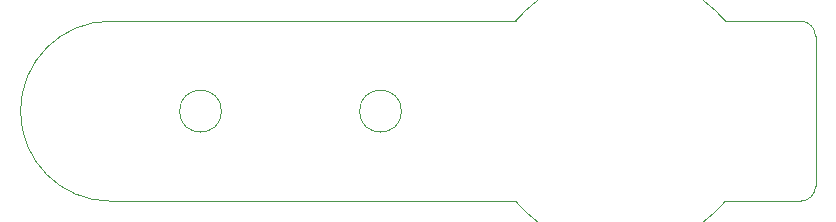
<source format=gm1>
%TF.GenerationSoftware,KiCad,Pcbnew,(6.0.9)*%
%TF.CreationDate,2023-10-22T03:23:37+00:00*%
%TF.ProjectId,LED Torch,4c454420-546f-4726-9368-2e6b69636164,0.1*%
%TF.SameCoordinates,Original*%
%TF.FileFunction,Profile,NP*%
%FSLAX46Y46*%
G04 Gerber Fmt 4.6, Leading zero omitted, Abs format (unit mm)*
G04 Created by KiCad (PCBNEW (6.0.9)) date 2023-10-22 03:23:37*
%MOMM*%
%LPD*%
G01*
G04 APERTURE LIST*
%TA.AperFunction,Profile*%
%ADD10C,0.100000*%
%TD*%
G04 APERTURE END LIST*
D10*
X114300000Y-78740000D02*
G75*
G03*
X115570000Y-77470000I0J1270000D01*
G01*
X115570000Y-64770000D02*
G75*
G03*
X114300000Y-63500000I-1270000J0D01*
G01*
X114300000Y-78740000D02*
X107950000Y-78740000D01*
X90170000Y-78740000D02*
G75*
G03*
X107950000Y-78740000I8890000J7620000D01*
G01*
X114300000Y-63500000D02*
X107950000Y-63500000D01*
X107950000Y-63500000D02*
G75*
G03*
X90170000Y-63500000I-8890000J-7620000D01*
G01*
X90170000Y-63500000D02*
X55880000Y-63500000D01*
X55880000Y-63500000D02*
G75*
G03*
X55880000Y-78740000I0J-7620000D01*
G01*
X80518000Y-71120000D02*
G75*
G03*
X80518000Y-71120000I-1778000J0D01*
G01*
X65278000Y-71120000D02*
G75*
G03*
X65278000Y-71120000I-1778000J0D01*
G01*
X115570000Y-77470000D02*
X115570000Y-64770000D01*
X55880000Y-78740000D02*
X90170000Y-78740000D01*
M02*

</source>
